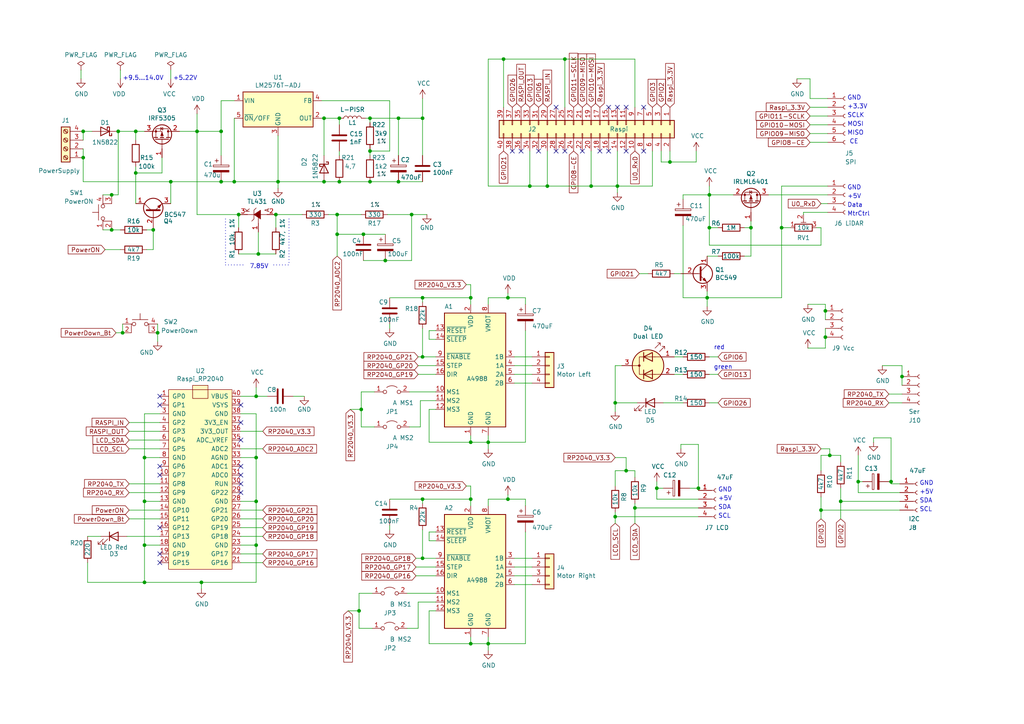
<source format=kicad_sch>
(kicad_sch (version 20230121) (generator eeschema)
  (paper "A4")
  (title_block (title "RaspiCar Interface") (date "2023-07-02") (rev "2.0"))
  (junction (at 80.645 52.705))
  (junction (at 93.98 52.705))
  (junction (at 261.62 109.22))
  (junction (at 74.295 145.415))
  (junction (at 45.72 96.52))
  (junction (at 93.98 34.29))
  (junction (at 32.385 66.675))
  (junction (at 146.05 17.145))
  (junction (at 64.135 52.705))
  (junction (at 239.395 90.17))
  (junction (at 119.38 62.23))
  (junction (at 163.83 17.145))
  (junction (at 24.13 38.1))
  (junction (at 141.605 128.27))
  (junction (at 147.32 86.36))
  (junction (at 74.295 114.935))
  (junction (at 41.91 168.91))
  (junction (at 178.435 116.84))
  (junction (at 158.75 53.975))
  (junction (at 122.555 103.505))
  (junction (at 136.525 128.27))
  (junction (at 107.315 52.705))
  (junction (at 194.31 46.99))
  (junction (at 39.37 38.1))
  (junction (at 67.945 52.705))
  (junction (at 239.395 97.79))
  (junction (at 136.525 86.36))
  (junction (at 238.125 147.955))
  (junction (at 58.42 168.91))
  (junction (at 202.565 141.605))
  (junction (at 41.91 158.115))
  (junction (at 44.45 66.675))
  (junction (at 74.93 73.66))
  (junction (at 217.805 66.04))
  (junction (at 205.74 56.515))
  (junction (at 136.525 144.78))
  (junction (at 184.15 147.32))
  (junction (at 49.53 52.705))
  (junction (at 80.01 62.23))
  (junction (at 41.91 145.415))
  (junction (at 205.74 66.04))
  (junction (at 122.555 86.36))
  (junction (at 24.13 45.72))
  (junction (at 107.315 34.29))
  (junction (at 122.555 144.78))
  (junction (at 248.92 139.7))
  (junction (at 115.57 34.29))
  (junction (at 171.45 53.975))
  (junction (at 74.295 132.715))
  (junction (at 136.525 186.69))
  (junction (at 39.37 50.165))
  (junction (at 178.435 149.86))
  (junction (at 190.5 141.605))
  (junction (at 122.555 161.925))
  (junction (at 240.665 132.08))
  (junction (at 74.295 158.115))
  (junction (at 57.15 38.1))
  (junction (at 97.79 62.23))
  (junction (at 122.555 34.29))
  (junction (at 104.14 177.165))
  (junction (at 181.61 136.525))
  (junction (at 111.76 75.565))
  (junction (at 97.79 67.945))
  (junction (at 98.425 52.705))
  (junction (at 141.605 186.69))
  (junction (at 153.67 53.975))
  (junction (at 179.07 53.975))
  (junction (at 32.385 56.515))
  (junction (at 41.91 132.715))
  (junction (at 205.105 86.36))
  (junction (at 147.32 144.78))
  (junction (at 69.215 62.23))
  (junction (at 64.135 38.1))
  (junction (at 115.57 52.705))
  (junction (at 226.695 66.04))
  (junction (at 243.84 145.415))
  (junction (at 34.29 38.1))
  (junction (at 105.41 67.945))
  (junction (at 98.425 34.29))
  (junction (at 107.315 43.815))
  (junction (at 258.445 139.7))
  (junction (at 35.56 96.52))
  (junction (at 104.775 118.745))
  (no_connect (at 156.21 43.815))
  (no_connect (at 69.85 122.555))
  (no_connect (at 46.355 135.255))
  (no_connect (at 46.355 114.935))
  (no_connect (at 186.69 43.815))
  (no_connect (at 69.85 135.255))
  (no_connect (at 46.355 163.195))
  (no_connect (at 161.29 31.115))
  (no_connect (at 69.85 127.635))
  (no_connect (at 186.69 31.115))
  (no_connect (at 69.85 137.795))
  (no_connect (at 46.355 160.655))
  (no_connect (at 176.53 31.115))
  (no_connect (at 46.355 137.795))
  (no_connect (at 173.99 43.815))
  (no_connect (at 46.355 153.035))
  (no_connect (at 168.91 43.815))
  (no_connect (at 181.61 43.815))
  (no_connect (at 69.85 140.335))
  (no_connect (at 148.59 43.815))
  (no_connect (at 163.83 43.815))
  (no_connect (at 181.61 31.115))
  (no_connect (at 161.29 43.815))
  (no_connect (at 69.85 142.875))
  (no_connect (at 151.13 43.815))
  (no_connect (at 46.355 117.475))
  (no_connect (at 179.07 31.115))
  (no_connect (at 69.85 117.475))
  (no_connect (at 176.53 43.815))
  (wire (pts (xy 190.5 144.78) (xy 190.5 141.605)))
  (wire (pts (xy 239.395 100.965) (xy 234.315 100.965)))
  (wire (pts (xy 85.09 114.935) (xy 88.265 114.935)))
  (wire (pts (xy 234.95 28.575) (xy 234.95 22.86)))
  (wire (pts (xy 37.465 125.095) (xy 46.355 125.095)))
  (wire (pts (xy 238.125 59.055) (xy 240.03 59.055)))
  (wire (pts (xy 98.425 36.195) (xy 98.425 34.29)))
  (wire (pts (xy 93.345 34.29) (xy 93.98 34.29)))
  (wire (pts (xy 205.74 66.04) (xy 205.74 71.12)))
  (wire (pts (xy 69.85 160.655) (xy 76.2 160.655)))
  (wire (pts (xy 202.565 144.78) (xy 190.5 144.78)))
  (wire (pts (xy 80.01 62.23) (xy 80.01 66.04)))
  (wire (pts (xy 124.46 118.745) (xy 124.46 128.27)))
  (wire (pts (xy 178.435 106.045) (xy 180.34 106.045)))
  (wire (pts (xy 39.37 50.165) (xy 39.37 59.055)))
  (wire (pts (xy 205.74 56.515) (xy 205.74 66.04)))
  (wire (pts (xy 184.15 17.145) (xy 184.15 31.115)))
  (wire (pts (xy 205.105 84.455) (xy 205.105 86.36)))
  (wire (pts (xy 126.365 95.885) (xy 124.46 95.885)))
  (wire (pts (xy 104.775 118.745) (xy 104.775 123.825)))
  (wire (pts (xy 163.83 31.115) (xy 163.83 17.145)))
  (wire (pts (xy 179.07 53.975) (xy 171.45 53.975)))
  (wire (pts (xy 141.605 128.27) (xy 141.605 130.175)))
  (wire (pts (xy 69.85 120.015) (xy 74.295 120.015)))
  (wire (pts (xy 104.14 182.245) (xy 107.95 182.245)))
  (wire (pts (xy 178.435 132.715) (xy 181.61 132.715)))
  (wire (pts (xy 217.805 64.135) (xy 217.805 66.04)))
  (wire (pts (xy 257.81 116.84) (xy 261.62 116.84)))
  (wire (pts (xy 69.85 130.175) (xy 76.2 130.175)))
  (wire (pts (xy 126.365 177.165) (xy 124.46 177.165)))
  (wire (pts (xy 46.355 158.115) (xy 41.91 158.115)))
  (wire (pts (xy 135.255 82.55) (xy 136.525 82.55)))
  (wire (pts (xy 74.93 73.66) (xy 74.93 67.31)))
  (wire (pts (xy 253.365 128.27) (xy 253.365 127)))
  (wire (pts (xy 136.525 126.365) (xy 136.525 128.27)))
  (wire (pts (xy 107.315 43.815) (xy 107.315 45.085)))
  (wire (pts (xy 69.85 145.415) (xy 74.295 145.415)))
  (wire (pts (xy 238.125 144.145) (xy 238.125 147.955)))
  (wire (pts (xy 136.525 82.55) (xy 136.525 86.36)))
  (wire (pts (xy 107.315 34.29) (xy 115.57 34.29)))
  (wire (pts (xy 121.92 123.825) (xy 121.92 116.205)))
  (wire (pts (xy 136.525 144.78) (xy 136.525 146.685)))
  (wire (pts (xy 141.605 128.27) (xy 141.605 126.365)))
  (wire (pts (xy 121.285 106.045) (xy 126.365 106.045)))
  (wire (pts (xy 178.435 149.86) (xy 178.435 148.59)))
  (wire (pts (xy 24.13 38.1) (xy 26.67 38.1)))
  (wire (pts (xy 181.61 136.525) (xy 184.15 136.525)))
  (wire (pts (xy 226.695 66.04) (xy 226.695 86.36)))
  (wire (pts (xy 104.14 177.165) (xy 104.14 182.245)))
  (wire (pts (xy 240.665 132.08) (xy 243.84 132.08)))
  (wire (pts (xy 74.295 120.015) (xy 74.295 132.715)))
  (wire (pts (xy 24.13 40.64) (xy 24.13 38.1)))
  (wire (pts (xy 41.91 168.91) (xy 25.4 168.91)))
  (wire (pts (xy 141.605 53.975) (xy 153.67 53.975)))
  (wire (pts (xy 37.465 150.495) (xy 46.355 150.495)))
  (wire (pts (xy 141.605 144.78) (xy 147.32 144.78)))
  (wire (pts (xy 192.405 141.605) (xy 190.5 141.605)))
  (wire (pts (xy 195.58 103.505) (xy 198.12 103.505)))
  (wire (pts (xy 41.91 145.415) (xy 41.91 158.115)))
  (wire (pts (xy 238.125 132.08) (xy 240.665 132.08)))
  (wire (pts (xy 80.645 52.705) (xy 93.98 52.705)))
  (wire (pts (xy 69.85 163.195) (xy 76.2 163.195)))
  (wire (pts (xy 126.365 113.665) (xy 118.745 113.665)))
  (wire (pts (xy 179.07 53.975) (xy 179.07 43.815)))
  (wire (pts (xy 141.605 17.145) (xy 146.05 17.145)))
  (wire (pts (xy 239.395 90.17) (xy 239.395 88.265)))
  (wire (pts (xy 243.84 145.415) (xy 243.84 150.495)))
  (wire (pts (xy 58.42 170.815) (xy 58.42 168.91)))
  (wire (pts (xy 49.53 52.705) (xy 64.135 52.705)))
  (wire (pts (xy 97.79 62.23) (xy 97.79 67.945)))
  (wire (pts (xy 122.555 103.505) (xy 126.365 103.505)))
  (wire (pts (xy 141.605 88.265) (xy 141.605 86.36)))
  (wire (pts (xy 41.91 132.715) (xy 41.91 145.415)))
  (wire (pts (xy 69.85 158.115) (xy 74.295 158.115)))
  (wire (pts (xy 32.385 66.675) (xy 34.925 66.675)))
  (wire (pts (xy 238.125 136.525) (xy 238.125 132.08)))
  (wire (pts (xy 37.465 140.335) (xy 46.355 140.335)))
  (wire (pts (xy 152.4 154.305) (xy 152.4 186.69)))
  (wire (pts (xy 100.965 177.165) (xy 104.14 177.165)))
  (wire (pts (xy 141.605 186.69) (xy 141.605 184.785)))
  (wire (pts (xy 46.355 145.415) (xy 41.91 145.415)))
  (wire (pts (xy 184.15 136.525) (xy 184.15 138.43)))
  (wire (pts (xy 147.32 85.09) (xy 147.32 86.36)))
  (wire (pts (xy 98.425 43.815) (xy 98.425 45.085)))
  (wire (pts (xy 93.98 45.085) (xy 93.98 34.29)))
  (wire (pts (xy 25.4 168.91) (xy 25.4 163.195)))
  (wire (pts (xy 80.645 52.705) (xy 80.645 54.61)))
  (wire (pts (xy 141.605 146.685) (xy 141.605 144.78)))
  (wire (pts (xy 57.15 38.1) (xy 64.135 38.1)))
  (wire (pts (xy 122.555 87.63) (xy 122.555 86.36)))
  (wire (pts (xy 181.61 132.715) (xy 181.61 136.525)))
  (wire (pts (xy 189.23 43.815) (xy 189.23 53.975)))
  (wire (pts (xy 41.91 168.91) (xy 58.42 168.91)))
  (wire (pts (xy 49.53 52.705) (xy 49.53 59.055)))
  (wire (pts (xy 107.315 52.705) (xy 115.57 52.705)))
  (wire (pts (xy 41.91 158.115) (xy 41.91 168.91)))
  (wire (pts (xy 202.565 149.86) (xy 178.435 149.86)))
  (wire (pts (xy 191.77 46.99) (xy 194.31 46.99)))
  (wire (pts (xy 69.85 147.955) (xy 76.2 147.955)))
  (wire (pts (xy 243.84 145.415) (xy 260.985 145.415)))
  (wire (pts (xy 37.465 130.175) (xy 46.355 130.175)))
  (wire (pts (xy 178.435 136.525) (xy 181.61 136.525)))
  (wire (pts (xy 111.76 75.565) (xy 119.38 75.565)))
  (wire (pts (xy 121.285 108.585) (xy 126.365 108.585)))
  (wire (pts (xy 185.42 79.375) (xy 187.96 79.375)))
  (wire (pts (xy 46.355 120.015) (xy 41.91 120.015)))
  (wire (pts (xy 136.525 140.97) (xy 136.525 144.78)))
  (wire (pts (xy 217.805 74.295) (xy 215.9 74.295)))
  (wire (pts (xy 30.48 72.39) (xy 34.925 72.39)))
  (wire (pts (xy 39.37 40.64) (xy 39.37 38.1)))
  (wire (pts (xy 74.93 73.66) (xy 80.01 73.66)))
  (wire (pts (xy 24.13 43.18) (xy 24.13 45.72)))
  (wire (pts (xy 35.56 96.52) (xy 33.655 96.52)))
  (wire (pts (xy 178.435 149.86) (xy 178.435 151.765)))
  (wire (pts (xy 194.31 46.99) (xy 201.93 46.99)))
  (wire (pts (xy 217.805 66.04) (xy 215.9 66.04)))
  (wire (pts (xy 93.98 52.705) (xy 98.425 52.705)))
  (wire (pts (xy 121.285 182.245) (xy 121.285 174.625)))
  (wire (pts (xy 136.525 184.785) (xy 136.525 186.69)))
  (wire (pts (xy 64.135 52.705) (xy 67.945 52.705)))
  (wire (pts (xy 238.125 66.04) (xy 236.855 66.04)))
  (wire (pts (xy 69.85 132.715) (xy 74.295 132.715)))
  (wire (pts (xy 184.15 147.32) (xy 184.15 151.765)))
  (wire (pts (xy 248.92 142.875) (xy 260.985 142.875)))
  (wire (pts (xy 205.74 53.975) (xy 205.74 56.515)))
  (wire (pts (xy 122.555 144.78) (xy 136.525 144.78)))
  (wire (pts (xy 178.435 140.97) (xy 178.435 136.525)))
  (wire (pts (xy 205.74 66.04) (xy 208.28 66.04)))
  (wire (pts (xy 104.775 113.665) (xy 104.775 118.745)))
  (wire (pts (xy 233.045 61.595) (xy 240.03 61.595)))
  (wire (pts (xy 124.46 128.27) (xy 136.525 128.27)))
  (wire (pts (xy 126.365 172.085) (xy 118.11 172.085)))
  (wire (pts (xy 152.4 95.885) (xy 152.4 128.27)))
  (wire (pts (xy 243.84 132.08) (xy 243.84 133.985)))
  (wire (pts (xy 261.62 111.76) (xy 261.62 109.22)))
  (wire (pts (xy 69.215 73.66) (xy 74.93 73.66)))
  (wire (pts (xy 104.775 123.825) (xy 108.585 123.825)))
  (wire (pts (xy 107.315 35.56) (xy 107.315 34.29)))
  (wire (pts (xy 44.45 72.39) (xy 42.545 72.39)))
  (wire (pts (xy 136.525 128.27) (xy 141.605 128.27)))
  (wire (pts (xy 233.045 61.595) (xy 233.045 62.23)))
  (wire (pts (xy 158.75 53.975) (xy 153.67 53.975)))
  (wire (pts (xy 119.38 62.23) (xy 123.825 62.23)))
  (wire (pts (xy 57.15 62.23) (xy 69.215 62.23)))
  (wire (pts (xy 120.65 164.465) (xy 126.365 164.465)))
  (wire (pts (xy 39.37 38.1) (xy 41.91 38.1)))
  (wire (pts (xy 42.545 66.675) (xy 44.45 66.675)))
  (wire (pts (xy 149.225 169.545) (xy 154.305 169.545)))
  (wire (pts (xy 74.295 114.935) (xy 77.47 114.935)))
  (wire (pts (xy 69.85 153.035) (xy 76.2 153.035)))
  (wire (pts (xy 35.56 93.98) (xy 35.56 96.52)))
  (wire (pts (xy 122.555 161.925) (xy 126.365 161.925)))
  (wire (pts (xy 152.4 86.36) (xy 152.4 88.265)))
  (wire (pts (xy 205.74 103.505) (xy 208.28 103.505)))
  (wire (pts (xy 69.85 155.575) (xy 76.2 155.575)))
  (wire (pts (xy 152.4 186.69) (xy 141.605 186.69)))
  (wire (pts (xy 121.285 174.625) (xy 126.365 174.625)))
  (wire (pts (xy 121.92 116.205) (xy 126.365 116.205)))
  (wire (pts (xy 197.485 79.375) (xy 195.58 79.375)))
  (wire (pts (xy 190.5 139.7) (xy 190.5 141.605)))
  (wire (pts (xy 37.465 127.635) (xy 46.355 127.635)))
  (wire (pts (xy 238.125 147.955) (xy 260.985 147.955)))
  (wire (pts (xy 243.84 141.605) (xy 243.84 145.415)))
  (wire (pts (xy 234.95 36.195) (xy 240.03 36.195)))
  (wire (pts (xy 122.555 86.36) (xy 136.525 86.36)))
  (wire (pts (xy 57.15 33.02) (xy 57.15 38.1)))
  (wire (pts (xy 234.95 41.275) (xy 240.03 41.275)))
  (wire (pts (xy 248.92 142.875) (xy 248.92 139.7)))
  (wire (pts (xy 171.45 53.975) (xy 171.45 43.815)))
  (wire (pts (xy 153.67 53.975) (xy 153.67 43.815)))
  (wire (pts (xy 147.32 143.51) (xy 147.32 144.78)))
  (wire (pts (xy 240.665 130.175) (xy 240.665 132.08)))
  (wire (pts (xy 105.41 67.945) (xy 111.76 67.945)))
  (wire (pts (xy 24.13 52.705) (xy 49.53 52.705)))
  (wire (pts (xy 105.41 75.565) (xy 111.76 75.565)))
  (wire (pts (xy 34.29 56.515) (xy 34.29 38.1)))
  (wire (pts (xy 113.03 29.21) (xy 93.345 29.21)))
  (polyline (pts (xy 65.405 63.5) (xy 65.405 76.835)) (stroke (width 0.2) (type dot)))
  (wire (pts (xy 64.135 38.1) (xy 64.135 45.085)))
  (wire (pts (xy 107.315 43.18) (xy 107.315 43.815)))
  (wire (pts (xy 197.485 128.905) (xy 202.565 128.905)))
  (wire (pts (xy 198.12 86.36) (xy 205.105 86.36)))
  (wire (pts (xy 97.79 62.23) (xy 104.775 62.23)))
  (wire (pts (xy 36.83 155.575) (xy 46.355 155.575)))
  (wire (pts (xy 179.07 53.975) (xy 179.07 55.88)))
  (wire (pts (xy 234.95 33.655) (xy 240.03 33.655)))
  (wire (pts (xy 25.4 155.575) (xy 29.21 155.575)))
  (wire (pts (xy 126.365 154.305) (xy 124.46 154.305)))
  (wire (pts (xy 149.225 111.125) (xy 154.305 111.125)))
  (wire (pts (xy 67.945 34.29) (xy 67.945 52.705)))
  (wire (pts (xy 108.585 113.665) (xy 104.775 113.665)))
  (wire (pts (xy 93.98 34.29) (xy 98.425 34.29)))
  (wire (pts (xy 97.79 67.945) (xy 105.41 67.945)))
  (wire (pts (xy 205.74 116.84) (xy 208.28 116.84)))
  (wire (pts (xy 158.75 53.975) (xy 158.75 43.815)))
  (wire (pts (xy 146.05 31.115) (xy 146.05 17.145)))
  (wire (pts (xy 238.125 71.12) (xy 238.125 66.04)))
  (wire (pts (xy 212.725 56.515) (xy 205.74 56.515)))
  (wire (pts (xy 67.945 52.705) (xy 80.645 52.705)))
  (wire (pts (xy 101.6 118.745) (xy 104.775 118.745)))
  (wire (pts (xy 201.93 46.99) (xy 201.93 43.815)))
  (wire (pts (xy 124.46 177.165) (xy 124.46 186.69)))
  (wire (pts (xy 178.435 106.045) (xy 178.435 116.84)))
  (wire (pts (xy 257.81 114.3) (xy 261.62 114.3)))
  (wire (pts (xy 202.565 128.905) (xy 202.565 141.605)))
  (wire (pts (xy 120.65 161.925) (xy 122.555 161.925)))
  (wire (pts (xy 122.555 28.575) (xy 122.555 34.29)))
  (wire (pts (xy 197.485 130.175) (xy 197.485 128.905)))
  (wire (pts (xy 80.01 62.23) (xy 87.63 62.23)))
  (wire (pts (xy 74.295 132.715) (xy 74.295 145.415)))
  (wire (pts (xy 112.395 62.23) (xy 119.38 62.23)))
  (wire (pts (xy 141.605 17.145) (xy 141.605 53.975)))
  (wire (pts (xy 205.74 71.12) (xy 238.125 71.12)))
  (wire (pts (xy 107.315 34.29) (xy 106.045 34.29)))
  (wire (pts (xy 97.79 67.945) (xy 97.79 74.295)))
  (wire (pts (xy 253.365 127) (xy 258.445 127)))
  (wire (pts (xy 74.295 158.115) (xy 74.295 168.91)))
  (wire (pts (xy 189.23 53.975) (xy 179.07 53.975)))
  (wire (pts (xy 141.605 186.69) (xy 141.605 188.595)))
  (wire (pts (xy 248.92 132.08) (xy 248.92 139.7)))
  (wire (pts (xy 258.445 140.335) (xy 260.985 140.335)))
  (wire (pts (xy 122.555 34.29) (xy 122.555 45.085)))
  (wire (pts (xy 149.225 106.045) (xy 154.305 106.045)))
  (wire (pts (xy 217.805 66.04) (xy 217.805 74.295)))
  (wire (pts (xy 250.19 139.7) (xy 248.92 139.7)))
  (wire (pts (xy 238.125 130.175) (xy 240.665 130.175)))
  (wire (pts (xy 147.32 86.36) (xy 152.4 86.36)))
  (wire (pts (xy 23.495 20.32) (xy 23.495 22.86)))
  (wire (pts (xy 122.555 153.67) (xy 122.555 161.925)))
  (wire (pts (xy 118.745 123.825) (xy 121.92 123.825)))
  (wire (pts (xy 152.4 128.27) (xy 141.605 128.27)))
  (wire (pts (xy 202.565 147.32) (xy 184.15 147.32)))
  (wire (pts (xy 238.125 147.955) (xy 238.125 150.495)))
  (wire (pts (xy 115.57 52.705) (xy 122.555 52.705)))
  (wire (pts (xy 205.74 108.585) (xy 208.28 108.585)))
  (wire (pts (xy 64.135 29.21) (xy 67.945 29.21)))
  (wire (pts (xy 37.465 147.955) (xy 46.355 147.955)))
  (wire (pts (xy 45.72 96.52) (xy 45.72 93.98)))
  (wire (pts (xy 37.465 142.875) (xy 46.355 142.875)))
  (wire (pts (xy 107.315 43.815) (xy 113.03 43.815)))
  (wire (pts (xy 113.03 144.78) (xy 122.555 144.78)))
  (wire (pts (xy 39.37 50.165) (xy 39.37 48.26)))
  (wire (pts (xy 191.77 43.815) (xy 191.77 46.99)))
  (wire (pts (xy 45.72 99.06) (xy 45.72 96.52)))
  (wire (pts (xy 57.15 38.1) (xy 57.15 62.23)))
  (wire (pts (xy 113.03 93.98) (xy 113.03 95.25)))
  (wire (pts (xy 198.12 57.785) (xy 198.12 56.515)))
  (wire (pts (xy 240.03 53.975) (xy 226.695 53.975)))
  (wire (pts (xy 205.105 86.36) (xy 226.695 86.36)))
  (wire (pts (xy 146.05 17.145) (xy 163.83 17.145)))
  (wire (pts (xy 136.525 86.36) (xy 136.525 88.265)))
  (wire (pts (xy 69.85 125.095) (xy 76.2 125.095)))
  (wire (pts (xy 115.57 34.29) (xy 115.57 45.085)))
  (wire (pts (xy 74.295 145.415) (xy 74.295 158.115)))
  (wire (pts (xy 198.12 56.515) (xy 205.74 56.515)))
  (wire (pts (xy 192.405 116.84) (xy 198.12 116.84)))
  (wire (pts (xy 104.14 172.085) (xy 104.14 177.165)))
  (wire (pts (xy 222.885 56.515) (xy 240.03 56.515)))
  (wire (pts (xy 32.385 56.515) (xy 34.29 56.515)))
  (wire (pts (xy 195.58 108.585) (xy 198.12 108.585)))
  (wire (pts (xy 239.395 97.79) (xy 239.395 100.965)))
  (wire (pts (xy 152.4 144.78) (xy 152.4 146.685)))
  (polyline (pts (xy 65.405 76.835) (xy 70.485 76.835)) (stroke (width 0.2) (type dot)))
  (wire (pts (xy 205.105 74.295) (xy 208.28 74.295)))
  (wire (pts (xy 200.025 141.605) (xy 202.565 141.605)))
  (wire (pts (xy 107.95 172.085) (xy 104.14 172.085)))
  (wire (pts (xy 198.12 65.405) (xy 198.12 86.36)))
  (wire (pts (xy 121.285 103.505) (xy 122.555 103.505)))
  (wire (pts (xy 149.225 164.465) (xy 154.305 164.465)))
  (wire (pts (xy 136.525 186.69) (xy 141.605 186.69)))
  (polyline (pts (xy 79.375 76.835) (xy 83.82 76.835)) (stroke (width 0.2) (type dot)))
  (wire (pts (xy 234.95 22.86) (xy 231.14 22.86)))
  (wire (pts (xy 64.135 29.21) (xy 64.135 38.1)))
  (wire (pts (xy 69.85 150.495) (xy 76.2 150.495)))
  (wire (pts (xy 95.25 62.23) (xy 97.79 62.23)))
  (wire (pts (xy 124.46 98.425) (xy 126.365 98.425)))
  (wire (pts (xy 163.83 17.145) (xy 184.15 17.145)))
  (wire (pts (xy 149.225 167.005) (xy 154.305 167.005)))
  (wire (pts (xy 52.07 38.1) (xy 57.15 38.1)))
  (wire (pts (xy 124.46 186.69) (xy 136.525 186.69)))
  (wire (pts (xy 32.385 66.675) (xy 29.845 66.675)))
  (wire (pts (xy 39.37 50.165) (xy 46.99 50.165)))
  (wire (pts (xy 113.03 43.815) (xy 113.03 29.21)))
  (wire (pts (xy 46.99 50.165) (xy 46.99 45.72)))
  (wire (pts (xy 124.46 154.305) (xy 124.46 156.845)))
  (wire (pts (xy 113.03 152.4) (xy 113.03 153.67)))
  (wire (pts (xy 202.565 141.605) (xy 202.565 142.24)))
  (wire (pts (xy 178.435 116.84) (xy 184.785 116.84)))
  (wire (pts (xy 234.95 31.115) (xy 240.03 31.115)))
  (wire (pts (xy 29.845 56.515) (xy 32.385 56.515)))
  (wire (pts (xy 34.29 38.1) (xy 39.37 38.1)))
  (wire (pts (xy 234.95 38.735) (xy 240.03 38.735)))
  (polyline (pts (xy 83.82 63.5) (xy 83.82 76.835)) (stroke (width 0.2) (type dot)))
  (wire (pts (xy 41.91 120.015) (xy 41.91 132.715)))
  (wire (pts (xy 118.11 182.245) (xy 121.285 182.245)))
  (wire (pts (xy 98.425 52.705) (xy 107.315 52.705)))
  (wire (pts (xy 34.925 20.32) (xy 34.925 22.86)))
  (wire (pts (xy 239.395 95.25) (xy 239.395 97.79)))
  (wire (pts (xy 119.38 75.565) (xy 119.38 62.23)))
  (wire (pts (xy 261.62 106.045) (xy 255.905 106.045)))
  (wire (pts (xy 147.32 144.78) (xy 152.4 144.78)))
  (wire (pts (xy 171.45 53.975) (xy 158.75 53.975)))
  (wire (pts (xy 37.465 122.555) (xy 46.355 122.555)))
  (wire (pts (xy 126.365 118.745) (xy 124.46 118.745)))
  (wire (pts (xy 258.445 127) (xy 258.445 139.7)))
  (wire (pts (xy 124.46 95.885) (xy 124.46 98.425)))
  (wire (pts (xy 74.295 114.935) (xy 74.295 112.395)))
  (wire (pts (xy 135.255 140.97) (xy 136.525 140.97)))
  (wire (pts (xy 194.31 43.815) (xy 194.31 46.99)))
  (wire (pts (xy 234.95 28.575) (xy 240.03 28.575)))
  (wire (pts (xy 149.225 161.925) (xy 154.305 161.925)))
  (wire (pts (xy 49.53 20.32) (xy 49.53 22.86)))
  (wire (pts (xy 120.65 167.005) (xy 126.365 167.005)))
  (wire (pts (xy 69.215 62.23) (xy 69.215 66.04)))
  (wire (pts (xy 184.15 147.32) (xy 184.15 146.05)))
  (wire (pts (xy 239.395 92.71) (xy 239.395 90.17)))
  (wire (pts (xy 122.555 95.25) (xy 122.555 103.505)))
  (wire (pts (xy 205.105 88.9) (xy 205.105 86.36)))
  (wire (pts (xy 80.645 39.37) (xy 80.645 52.705)))
  (wire (pts (xy 226.695 53.975) (xy 226.695 66.04)))
  (wire (pts (xy 124.46 156.845) (xy 126.365 156.845)))
  (wire (pts (xy 257.81 139.7) (xy 258.445 139.7)))
  (wire (pts (xy 46.355 132.715) (xy 41.91 132.715)))
  (wire (pts (xy 178.435 119.38) (xy 178.435 116.84)))
  (wire (pts (xy 122.555 146.05) (xy 122.555 144.78)))
  (wire (pts (xy 261.62 109.22) (xy 261.62 106.045)))
  (wire (pts (xy 58.42 168.91) (xy 74.295 168.91)))
  (wire (pts (xy 113.03 86.36) (xy 122.555 86.36)))
  (wire (pts (xy 141.605 86.36) (xy 147.32 86.36)))
  (wire (pts (xy 229.235 66.04) (xy 226.695 66.04)))
  (wire (pts (xy 44.45 66.675) (xy 44.45 72.39)))
  (wire (pts (xy 149.225 103.505) (xy 154.305 103.505)))
  (wire (pts (xy 149.225 108.585) (xy 154.305 108.585)))
  (wire (pts (xy 239.395 88.265) (xy 234.315 88.265)))
  (wire (pts (xy 24.13 52.705) (xy 24.13 45.72)))
  (wire (pts (xy 115.57 34.29) (xy 122.555 34.29)))
  (wire (pts (xy 69.85 114.935) (xy 74.295 114.935)))
  (wire (pts (xy 258.445 139.7) (xy 258.445 140.335)))
  (text "SCL" (at 208.28 150.495 0) (effects (font (size 1.27 1.27)) (justify left bottom)))
  (text "+9.5...14.0V" (at 35.56 23.495 0) (effects (font (size 1.27 1.27)) (justify left bottom)))
  (text "CE\n" (at 246.38 41.91 0) (effects (font (size 1.27 1.27)) (justify left bottom)))
  (text "+5V" (at 266.7 143.51 0) (effects (font (size 1.27 1.27)) (justify left bottom)))
  (text "1%" (at 109.22 51.435 0) (effects (font (size 1.27 1.27)) (justify left bottom)))
  (text "1%" (at 90.17 60.325 0) (effects (font (size 1.27 1.27)) (justify left bottom)))
  (text "7.85V" (at 72.39 78.105 0) (effects (font (size 1.27 1.27)) (justify left bottom)))
  (text "SDA" (at 208.28 147.955 0) (effects (font (size 1.27 1.27)) (justify left bottom)))
  (text "+5V" (at 245.745 57.785 0) (effects (font (size 1.27 1.27)) (justify left bottom)))
  (text "MtrCtrl" (at 245.745 62.865 0) (effects (font (size 1.27 1.27)) (justify left bottom)))
  (text "SDA" (at 266.7 146.05 0) (effects (font (size 1.27 1.27)) (justify left bottom)))
  (text "1%" (at 107.315 60.325 0) (effects (font (size 1.27 1.27)) (justify left bottom)))
  (text "+5V" (at 208.28 145.415 0) (effects (font (size 1.27 1.27)) (justify left bottom)))
  (text "Data" (at 245.745 60.325 0) (effects (font (size 1.27 1.27)) (justify left bottom)))
  (text "SCLK" (at 245.745 34.29 0) (effects (font (size 1.27 1.27)) (justify left bottom)))
  (text "1%" (at 109.22 41.91 0) (effects (font (size 1.27 1.27)) (justify left bottom)))
  (text "SCL" (at 266.7 148.59 0) (effects (font (size 1.27 1.27)) (justify left bottom)))
  (text "red" (at 207.01 101.6 0) (effects (font (size 1.27 1.27)) (justify left bottom)))
  (text "MISO" (at 245.745 39.37 0) (effects (font (size 1.27 1.27)) (justify left bottom)))
  (text "GND" (at 245.745 55.245 0) (effects (font (size 1.27 1.27)) (justify left bottom)))
  (text "GND" (at 245.745 29.21 0) (effects (font (size 1.27 1.27)) (justify left bottom)))
  (text "+5.22V" (at 50.165 23.495 0) (effects (font (size 1.27 1.27)) (justify left bottom)))
  (text "+3.3V" (at 245.745 31.75 0) (effects (font (size 1.27 1.27)) (justify left bottom)))
  (text "MOSI" (at 245.745 36.83 0) (effects (font (size 1.27 1.27)) (justify left bottom)))
  (text "GND" (at 266.7 140.97 0) (effects (font (size 1.27 1.27)) (justify left bottom)))
  (text "GND" (at 208.28 142.875 0) (effects (font (size 1.27 1.27)) (justify left bottom)))
  (text "green" (at 207.01 107.315 0) (effects (font (size 1.27 1.27)) (justify left bottom)))
  (global_label "GPIO3" (shape input) (at 189.23 31.115 90) (property "Intersheetrefs" "${INTERSHEET_REFS}" (effects hide)))
  (global_label "RASPI_OUT" (shape input) (at 151.13 31.115 90) (property "Intersheetrefs" "${INTERSHEET_REFS}" (effects hide)))
  (global_label "GPIO3" (shape input) (at 238.125 150.495 270) (property "Intersheetrefs" "${INTERSHEET_REFS}" (effects hide)))
  (global_label "LCD_SDA" (shape input) (at 184.15 151.765 270) (property "Intersheetrefs" "${INTERSHEET_REFS}" (effects hide)))
  (global_label "RP2040_GP18" (shape input) (at 76.2 155.575 0) (property "Intersheetrefs" "${INTERSHEET_REFS}" (effects hide)))
  (global_label "RP2040_V3.3" (shape input) (at 135.255 82.55 180) (property "Intersheetrefs" "${INTERSHEET_REFS}" (effects hide)))
  (global_label "RP2040_V3.3" (shape input) (at 76.2 125.095 0) (property "Intersheetrefs" "${INTERSHEET_REFS}" (effects hide)))
  (global_label "RP2040_GP16" (shape input) (at 76.2 163.195 0) (property "Intersheetrefs" "${INTERSHEET_REFS}" (effects hide)))
  (global_label "RP2040_GP19" (shape input) (at 121.285 108.585 180) (property "Intersheetrefs" "${INTERSHEET_REFS}" (effects hide)))
  (global_label "PowerDown_Bt" (shape input) (at 33.655 96.52 180) (property "Intersheetrefs" "${INTERSHEET_REFS}" (effects hide)))
  (global_label "GPIO26" (shape input) (at 148.59 31.115 90) (property "Intersheetrefs" "${INTERSHEET_REFS}" (effects hide)))
  (global_label "GPIO26" (shape input) (at 208.28 116.84 0) (property "Intersheetrefs" "${INTERSHEET_REFS}" (effects hide)))
  (global_label "RP2040_TX" (shape input) (at 37.465 140.335 180) (property "Intersheetrefs" "${INTERSHEET_REFS}" (effects hide)))
  (global_label "GPIO10-MOSI" (shape input) (at 171.45 31.115 90) (property "Intersheetrefs" "${INTERSHEET_REFS}" (effects hide)))
  (global_label "RASPI_IN" (shape input) (at 37.465 122.555 180) (property "Intersheetrefs" "${INTERSHEET_REFS}" (effects hide)))
  (global_label "GPIO21" (shape input) (at 185.42 79.375 180) (property "Intersheetrefs" "${INTERSHEET_REFS}" (effects hide)))
  (global_label "RP2040_V3.3" (shape input) (at 101.6 118.745 270) (property "Intersheetrefs" "${INTERSHEET_REFS}" (effects hide)))
  (global_label "RP2040_V3.3" (shape input) (at 135.255 140.97 180) (property "Intersheetrefs" "${INTERSHEET_REFS}" (effects hide)))
  (global_label "RP2040_GP17" (shape input) (at 76.2 160.655 0) (property "Intersheetrefs" "${INTERSHEET_REFS}" (effects hide)))
  (global_label "U0_RxD" (shape input) (at 184.15 43.815 270) (property "Intersheetrefs" "${INTERSHEET_REFS}" (effects hide)))
  (global_label "RP2040_V3.3" (shape input) (at 100.965 177.165 270) (property "Intersheetrefs" "${INTERSHEET_REFS}" (effects hide)))
  (global_label "RP2040_GP20" (shape input) (at 76.2 150.495 0) (property "Intersheetrefs" "${INTERSHEET_REFS}" (effects hide)))
  (global_label "Raspi_3.3V" (shape input) (at 173.99 31.115 90) (property "Intersheetrefs" "${INTERSHEET_REFS}" (effects hide)))
  (global_label "Raspi_3.3V" (shape input) (at 234.95 31.115 180) (property "Intersheetrefs" "${INTERSHEET_REFS}" (effects hide)))
  (global_label "PowerDown_Bt" (shape input) (at 37.465 150.495 180) (property "Intersheetrefs" "${INTERSHEET_REFS}" (effects hide)))
  (global_label "GPIO2" (shape input) (at 191.77 31.115 90) (property "Intersheetrefs" "${INTERSHEET_REFS}" (effects hide)))
  (global_label "RP2040_RX" (shape input) (at 37.465 142.875 180) (property "Intersheetrefs" "${INTERSHEET_REFS}" (effects hide)))
  (global_label "GPIO13" (shape input) (at 153.67 31.115 90) (property "Intersheetrefs" "${INTERSHEET_REFS}" (effects hide)))
  (global_label "RP2040_GP16" (shape input) (at 120.65 167.005 180) (property "Intersheetrefs" "${INTERSHEET_REFS}" (effects hide)))
  (global_label "RP2040_ADC2" (shape input) (at 76.2 130.175 0) (property "Intersheetrefs" "${INTERSHEET_REFS}" (effects hide)))
  (global_label "RP2040_GP21" (shape input) (at 121.285 103.505 180) (property "Intersheetrefs" "${INTERSHEET_REFS}" (effects hide)))
  (global_label "U0_RxD" (shape input) (at 238.125 59.055 180) (property "Intersheetrefs" "${INTERSHEET_REFS}" (effects hide)))
  (global_label "PowerON" (shape input) (at 30.48 72.39 180) (property "Intersheetrefs" "${INTERSHEET_REFS}" (effects hide)))
  (global_label "RP2040_GP17" (shape input) (at 120.65 164.465 180) (property "Intersheetrefs" "${INTERSHEET_REFS}" (effects hide)))
  (global_label "RP2040_GP18" (shape input) (at 120.65 161.925 180) (property "Intersheetrefs" "${INTERSHEET_REFS}" (effects hide)))
  (global_label "GPIO21" (shape input) (at 146.05 43.815 270) (property "Intersheetrefs" "${INTERSHEET_REFS}" (effects hide)))
  (global_label "RP2040_GP19" (shape input) (at 76.2 153.035 0) (property "Intersheetrefs" "${INTERSHEET_REFS}" (effects hide)))
  (global_label "RP2040_TX" (shape input) (at 257.81 114.3 180) (property "Intersheetrefs" "${INTERSHEET_REFS}" (effects hide)))
  (global_label "RASPI_OUT" (shape input) (at 37.465 125.095 180) (property "Intersheetrefs" "${INTERSHEET_REFS}" (effects hide)))
  (global_label "RP2040_GP21" (shape input) (at 76.2 147.955 0) (property "Intersheetrefs" "${INTERSHEET_REFS}" (effects hide)))
  (global_label "GPIO8-CE" (shape input) (at 166.37 43.815 270) (property "Intersheetrefs" "${INTERSHEET_REFS}" (effects hide)))
  (global_label "GPIO09-MISO" (shape input) (at 234.95 38.735 180) (property "Intersheetrefs" "${INTERSHEET_REFS}" (effects hide)))
  (global_label "LCD_SDA" (shape input) (at 37.465 127.635 180) (property "Intersheetrefs" "${INTERSHEET_REFS}" (effects hide)))
  (global_label "GPIO09-MISO" (shape input) (at 168.91 31.115 90) (property "Intersheetrefs" "${INTERSHEET_REFS}" (effects hide)))
  (global_label "RP2040_GP20" (shape input) (at 121.285 106.045 180) (property "Intersheetrefs" "${INTERSHEET_REFS}" (effects hide)))
  (global_label "Raspi_3.3V" (shape input) (at 194.31 31.115 90) (property "Intersheetrefs" "${INTERSHEET_REFS}" (effects hide)))
  (global_label "RP2040_RX" (shape input) (at 257.81 116.84 180) (property "Intersheetrefs" "${INTERSHEET_REFS}" (effects hide)))
  (global_label "GPIO2" (shape input) (at 243.84 150.495 270) (property "Intersheetrefs" "${INTERSHEET_REFS}" (effects hide)))
  (global_label "RASPI_IN" (shape input) (at 158.75 31.115 90) (property "Intersheetrefs" "${INTERSHEET_REFS}" (effects hide)))
  (global_label "RP2040_V3.3" (shape input) (at 178.435 132.715 180) (property "Intersheetrefs" "${INTERSHEET_REFS}" (effects hide)))
  (global_label "GPIO13" (shape input) (at 208.28 108.585 0) (property "Intersheetrefs" "${INTERSHEET_REFS}" (effects hide)))
  (global_label "LCD_SCL" (shape input) (at 178.435 151.765 270) (property "Intersheetrefs" "${INTERSHEET_REFS}" (effects hide)))
  (global_label "GPIO6" (shape input) (at 208.28 103.505 0) (property "Intersheetrefs" "${INTERSHEET_REFS}" (effects hide)))
  (global_label "Raspi_3.3V" (shape input) (at 238.125 130.175 180) (property "Intersheetrefs" "${INTERSHEET_REFS}" (effects hide)))
  (global_label "GPIO11-SCLK" (shape input) (at 166.37 31.115 90) (property "Intersheetrefs" "${INTERSHEET_REFS}" (effects hide)))
  (global_label "GPIO11-SCLK" (shape input) (at 234.95 33.655 180) (property "Intersheetrefs" "${INTERSHEET_REFS}" (effects hide)))
  (global_label "GPIO6" (shape input) (at 156.21 31.115 90) (property "Intersheetrefs" "${INTERSHEET_REFS}" (effects hide)))
  (global_label "GPIO8-CE" (shape input) (at 234.95 41.275 180) (property "Intersheetrefs" "${INTERSHEET_REFS}" (effects hide)))
  (global_label "LCD_SCL" (shape input) (at 37.465 130.175 180) (property "Intersheetrefs" "${INTERSHEET_REFS}" (effects hide)))
  (global_label "RP2040_ADC2" (shape input) (at 97.79 74.295 270) (property "Intersheetrefs" "${INTERSHEET_REFS}" (effects hide)))
  (global_label "PowerON" (shape input) (at 37.465 147.955 180) (property "Intersheetrefs" "${INTERSHEET_REFS}" (effects hide)))
  (global_label "GPIO10-MOSI" (shape input) (at 234.95 36.195 180) (property "Intersheetrefs" "${INTERSHEET_REFS}" (effects hide)))
  (symbol (lib_id "Diode:1N5822") (at 30.48 38.1 180) (unit 1)
    (property "Reference" "D1" (at 30.48 35.56 0))
    (property "Value" "1N5822" (at 30.48 41.275 0))
    (property "Footprint" "Diode_THT:D_DO-201AE_P3.81mm_Vertical_KathodeUp" (effects hide))
    (property "Datasheet" "http://www.vishay.com/docs/88526/1n5820.pdf" (effects hide))
  )
  (symbol (lib_id "Regulator_Switching:LM2576HVT-5") (at 80.645 31.75 0) (unit 1)
    (property "Reference" "U1" (at 80.645 22.4282 0))
    (property "Value" "LM2576T-ADJ" (at 80.645 24.7396 0))
    (property "Footprint" "SLW-Footprints:TO-220-5_Vertical_tiny_heatsink" (effects hide))
    (property "Datasheet" "http://www.ti.com/lit/ds/symlink/lm2576.pdf" (effects hide))
  )
  (symbol (lib_id "Connector_Generic:Conn_02x20_Odd_Even") (at 171.45 36.195 270) (unit 1)
    (property "Reference" "J2" (at 155.575 37.465 90) (effects (justify right)))
    (property "Value" "Raspi" (at 182.245 37.465 90) (effects (justify right)))
    (property "Footprint" "Connector_PinHeader_2.54mm:PinHeader_2x20_P2.54mm_Vertical" (effects hide))
  )
  (symbol (lib_id "power:GND") (at 179.07 55.88 0) (unit 1)
    (property "Reference" "#PWR05" (effects hide))
    (property "Value" "GND" (at 179.197 60.2742 0))
  )
  (symbol (lib_id "RasPi-Car-rescue:L-PISR-SLW-symbols") (at 102.235 34.29 0) (unit 1)
    (property "Reference" "L1" (at 102.235 35.56 0))
    (property "Value" "L-PISR" (at 102.235 31.7754 0))
    (property "Footprint" "SLW-Footprints:L-PISR-100" (effects hide))
  )
  (symbol (lib_id "Diode:1N5822") (at 93.98 48.895 270) (unit 1)
    (property "Reference" "D2" (at 88.265 46.99 0))
    (property "Value" "1N5822" (at 91.44 48.26 0))
    (property "Footprint" "Diode_THT:D_DO-201AE_P3.81mm_Vertical_KathodeUp" (effects hide))
    (property "Datasheet" "http://www.vishay.com/docs/88526/1n5820.pdf" (effects hide))
  )
  (symbol (lib_id "RasPi-Car-rescue:CP-Device") (at 64.135 48.895 0) (unit 1)
    (property "Reference" "C1" (at 59.055 47.625 0) (effects (justify left)))
    (property "Value" "470u" (at 59.055 50.8 0) (effects (justify left)))
    (property "Footprint" "Capacitor_THT:CP_Radial_D8.0mm_P3.50mm" (effects hide))
  )
  (symbol (lib_id "RasPi-Car-rescue:CP-Device") (at 115.57 48.895 0) (unit 1)
    (property "Reference" "C2" (at 116.205 46.355 0) (effects (justify left)))
    (property "Value" "470uF" (at 116.205 51.435 0) (effects (justify left)))
    (property "Footprint" "Capacitor_THT:CP_Radial_D8.0mm_P3.50mm" (effects hide))
  )
  (symbol (lib_id "power:GND") (at 80.645 54.61 0) (unit 1)
    (property "Reference" "#PWR03" (effects hide))
    (property "Value" "GND" (at 80.645 58.42 0))
  )
  (symbol (lib_id "Device:C") (at 122.555 48.895 0) (unit 1)
    (property "Reference" "C3" (at 125.476 47.7266 0) (effects (justify left)))
    (property "Value" "100nF" (at 125.476 50.038 0) (effects (justify left)))
    (property "Footprint" "Capacitor_THT:C_Disc_D3.4mm_W2.1mm_P2.50mm" (effects hide))
  )
  (symbol (lib_id "RasPi-Car-rescue:Conn_01x04_Female-Connector") (at 207.645 144.78 0) (unit 1)
    (property "Reference" "J7" (at 204.47 153.035 0) (effects (justify left)))
    (property "Value" "LCD" (at 207.645 153.035 0) (effects (justify left)))
    (property "Footprint" "Connector_PinHeader_2.54mm:PinHeader_1x04_P2.54mm_Vertical" (effects hide))
  )
  (symbol (lib_id "power:VCC") (at 201.93 43.815 0) (unit 1)
    (property "Reference" "#PWR013" (effects hide))
    (property "Value" "VCC" (at 202.311 39.4208 0))
  )
  (symbol (lib_id "power:PWR_FLAG") (at 34.925 20.32 0) (unit 1)
    (property "Reference" "#FLG02" (effects hide))
    (property "Value" "PWR_FLAG" (at 34.925 15.9258 0))
  )
  (symbol (lib_id "power:VDD") (at 34.925 22.86 180) (unit 1)
    (property "Reference" "#PWR02" (effects hide))
    (property "Value" "VDD" (at 34.544 27.2542 0))
  )
  (symbol (lib_id "power:PWR_FLAG") (at 23.495 20.32 0) (unit 1)
    (property "Reference" "#FLG01" (effects hide))
    (property "Value" "PWR_FLAG" (at 23.495 15.9258 0))
  )
  (symbol (lib_id "power:GND") (at 23.495 22.86 0) (unit 1)
    (property "Reference" "#PWR01" (effects hide))
    (property "Value" "GND" (at 23.622 27.2542 0))
  )
  (symbol (lib_id "power:VDD") (at 57.15 33.02 0) (unit 1)
    (property "Reference" "#PWR04" (effects hide))
    (property "Value" "VDD" (at 57.531 28.6258 0))
  )
  (symbol (lib_id "Device:R") (at 184.15 142.24 180) (unit 1)
    (property "Reference" "R9" (at 186.69 141.605 90))
    (property "Value" "10k" (at 184.15 142.24 90))
    (property "Footprint" "Resistor_THT:R_Axial_DIN0207_L6.3mm_D2.5mm_P7.62mm_Horizontal" (effects hide))
  )
  (symbol (lib_id "Device:R") (at 178.435 144.78 180) (unit 1)
    (property "Reference" "R8" (at 180.975 144.145 90))
    (property "Value" "10k" (at 178.435 144.78 90))
    (property "Footprint" "Resistor_THT:R_Axial_DIN0207_L6.3mm_D2.5mm_P7.62mm_Horizontal" (effects hide))
  )
  (symbol (lib_id "Driver_Motor:Pololu_Breakout_A4988") (at 136.525 164.465 0) (unit 1)
    (property "Reference" "A2" (at 130.175 147.32 0))
    (property "Value" "A4988" (at 138.43 168.275 0))
    (property "Footprint" "Module:Pololu_Breakout-16_15.2x20.3mm" (effects hide))
    (property "Datasheet" "https://www.pololu.com/product/2980/pictures" (effects hide))
  )
  (symbol (lib_id "RasPi-Car-rescue:CP-Device") (at 152.4 150.495 0) (unit 1)
    (property "Reference" "C6" (at 154.305 148.59 0) (effects (justify left)))
    (property "Value" "470uF" (at 154.305 153.035 0) (effects (justify left)))
    (property "Footprint" "Capacitor_THT:CP_Radial_D8.0mm_P3.50mm" (effects hide))
  )
  (symbol (lib_id "power:VDD") (at 147.32 143.51 0) (unit 1)
    (property "Reference" "#PWR0101" (effects hide))
    (property "Value" "VDD" (at 147.701 139.1158 0))
  )
  (symbol (lib_id "Connector_Generic:Conn_01x04") (at 159.385 164.465 0) (unit 1)
    (property "Reference" "J4" (at 161.417 164.6682 0) (effects (justify left)))
    (property "Value" "Motor Right" (at 161.417 166.9796 0) (effects (justify left)))
    (property "Footprint" "Connector_PinHeader_2.54mm:PinHeader_1x04_P2.54mm_Vertical" (effects hide))
  )
  (symbol (lib_id "power:GND") (at 141.605 188.595 0) (unit 1)
    (property "Reference" "#PWR0103" (effects hide))
    (property "Value" "GND" (at 141.732 192.9892 0))
  )
  (symbol (lib_id "Device:R") (at 122.555 149.86 180) (unit 1)
    (property "Reference" "R4" (at 120.015 147.32 0))
    (property "Value" "22k" (at 122.555 149.86 90))
    (property "Footprint" "Resistor_THT:R_Axial_DIN0207_L6.3mm_D2.5mm_P7.62mm_Horizontal" (effects hide))
  )
  (symbol (lib_id "power:GND") (at 197.485 130.175 0) (unit 1)
    (property "Reference" "#PWR019" (effects hide))
    (property "Value" "GND" (at 197.612 134.5692 0))
  )
  (symbol (lib_id "power:PWR_FLAG") (at 49.53 20.32 0) (unit 1)
    (property "Reference" "#FLG0101" (effects hide))
    (property "Value" "PWR_FLAG" (at 49.53 15.9258 0))
  )
  (symbol (lib_id "power:VCC") (at 49.53 22.86 180) (unit 1)
    (property "Reference" "#PWR0105" (effects hide))
    (property "Value" "VCC" (at 49.149 27.2542 0))
  )
  (symbol (lib_id "Device:R") (at 39.37 44.45 180) (unit 1)
    (property "Reference" "R15" (at 42.545 45.72 0))
    (property "Value" "100k" (at 42.545 48.26 0))
    (property "Footprint" "Resistor_THT:R_Axial_DIN0207_L6.3mm_D2.5mm_P7.62mm_Horizontal" (effects hide))
  )
  (symbol (lib_id "Transistor_BJT:BC547") (at 44.45 61.595 90) (unit 1)
    (property "Reference" "Q4" (at 50.165 64.135 90) (effects (justify left)))
    (property "Value" "BC547" (at 53.975 62.23 90) (effects (justify left)))
    (property "Footprint" "Package_TO_SOT_THT:TO-92_HandSolder" (effects hide))
    (property "Datasheet" "https://www.onsemi.com/pub/Collateral/BC550-D.pdf" (effects hide))
  )
  (symbol (lib_id "Device:R") (at 243.84 137.795 180) (unit 1)
    (property "Reference" "R11" (at 246.38 137.16 90))
    (property "Value" "4k7" (at 243.84 137.795 90))
    (property "Footprint" "Resistor_THT:R_Axial_DIN0207_L6.3mm_D2.5mm_P7.62mm_Horizontal" (effects hide))
  )
  (symbol (lib_id "Device:R") (at 238.125 140.335 180) (unit 1)
    (property "Reference" "R10" (at 240.665 139.7 90))
    (property "Value" "4k7" (at 238.125 140.335 90))
    (property "Footprint" "Resistor_THT:R_Axial_DIN0207_L6.3mm_D2.5mm_P7.62mm_Horizontal" (effects hide))
  )
  (symbol (lib_id "power:GND") (at 253.365 128.27 0) (unit 1)
    (property "Reference" "#PWR022" (effects hide))
    (property "Value" "GND" (at 253.492 132.6642 0))
  )
  (symbol (lib_id "RasPi-Car-rescue:Conn_01x04_Female-Connector") (at 266.065 142.875 0) (unit 1)
    (property "Reference" "J8" (at 263.525 153.035 0) (effects (justify left)))
    (property "Value" "I2C" (at 263.525 150.495 0) (effects (justify left)))
    (property "Footprint" "Connector_PinHeader_2.54mm:PinHeader_1x04_P2.54mm_Vertical" (effects hide))
  )
  (symbol (lib_id "Transistor_FET:IRLML6401") (at 217.805 59.055 270) (mirror x) (unit 1)
    (property "Reference" "Q2" (at 217.805 50.3682 90))
    (property "Value" "IRLML6401" (at 217.805 52.6796 90))
    (property "Footprint" "Package_TO_SOT_SMD:SOT-23" (effects hide))
    (property "Datasheet" "https://www.infineon.com/dgdl/irlml6401pbf.pdf?fileId=5546d462533600a401535668b96d2634" (effects hide))
  )
  (symbol (lib_id "Device:R") (at 212.09 66.04 270) (unit 1)
    (property "Reference" "R6" (at 207.645 64.77 90))
    (property "Value" "1M" (at 212.09 66.04 90))
    (property "Footprint" "Resistor_THT:R_Axial_DIN0207_L6.3mm_D2.5mm_P7.62mm_Horizontal" (effects hide))
  )
  (symbol (lib_id "Device:R") (at 38.735 66.675 90) (unit 1)
    (property "Reference" "R16" (at 38.735 64.135 90))
    (property "Value" "10k" (at 38.735 66.675 90))
    (property "Footprint" "Resistor_THT:R_Axial_DIN0207_L6.3mm_D2.5mm_P7.62mm_Horizontal" (effects hide))
  )
  (symbol (lib_id "Device:C") (at 113.03 90.17 0) (unit 1)
    (property "Reference" "C9" (at 109.855 87.63 0) (effects (justify left)))
    (property "Value" "100nF" (at 109.855 92.71 0) (effects (justify left)))
    (property "Footprint" "Capacitor_THT:C_Disc_D3.4mm_W2.1mm_P2.50mm" (effects hide))
  )
  (symbol (lib_id "power:GND") (at 113.03 95.25 0) (unit 1)
    (property "Reference" "#PWR07" (effects hide))
    (property "Value" "GND" (at 113.157 99.6442 0))
  )
  (symbol (lib_id "Device:C") (at 113.03 148.59 0) (unit 1)
    (property "Reference" "C14" (at 108.585 146.05 0) (effects (justify left)))
    (property "Value" "100nF" (at 109.855 151.13 0) (effects (justify left)))
    (property "Footprint" "Capacitor_THT:C_Disc_D3.4mm_W2.1mm_P2.50mm" (effects hide))
  )
  (symbol (lib_id "power:GND") (at 113.03 153.67 0) (unit 1)
    (property "Reference" "#PWR012" (effects hide))
    (property "Value" "GND" (at 113.157 158.0642 0))
  )
  (symbol (lib_id "Device:R") (at 212.09 74.295 270) (unit 1)
    (property "Reference" "R7" (at 207.645 73.025 90))
    (property "Value" "100k" (at 212.09 74.295 90))
    (property "Footprint" "Resistor_THT:R_Axial_DIN0207_L6.3mm_D2.5mm_P7.62mm_Horizontal" (effects hide))
  )
  (symbol (lib_id "RasPi-Car-rescue:Conn_01x04_Female-Connector") (at 244.475 92.71 0) (unit 1)
    (property "Reference" "J9" (at 241.3 100.965 0) (effects (justify left)))
    (property "Value" "Vcc" (at 244.475 100.965 0) (effects (justify left)))
    (property "Footprint" "Connector_PinHeader_2.54mm:PinHeader_1x04_P2.54mm_Vertical" (effects hide))
  )
  (symbol (lib_id "power:GND") (at 234.315 88.265 0) (unit 1)
    (property "Reference" "#PWR017" (effects hide))
    (property "Value" "GND" (at 234.442 92.6592 0))
  )
  (symbol (lib_id "RasPi-Car-rescue:CP-Device") (at 198.12 61.595 0) (unit 1)
    (property "Reference" "C11" (at 200.025 59.69 0) (effects (justify left)))
    (property "Value" "470uF" (at 198.755 63.5 0) (effects (justify left)))
    (property "Footprint" "Capacitor_THT:CP_Radial_D8.0mm_P3.50mm" (effects hide))
  )
  (symbol (lib_id "power:VCC") (at 234.315 100.965 0) (unit 1)
    (property "Reference" "#PWR021" (effects hide))
    (property "Value" "VCC" (at 234.696 96.5708 0))
  )
  (symbol (lib_id "RasPi-Car-rescue:Conn_01x04_Female-Connector") (at 245.11 56.515 0) (unit 1)
    (property "Reference" "J6" (at 241.935 64.77 0) (effects (justify left)))
    (property "Value" "LiDAR" (at 245.11 64.77 0) (effects (justify left)))
    (property "Footprint" "Connector_PinHeader_2.54mm:PinHeader_1x04_P2.54mm_Vertical" (effects hide))
  )
  (symbol (lib_id "RasPi-Car-rescue:CP-Device") (at 196.215 141.605 90) (unit 1)
    (property "Reference" "C12" (at 196.215 137.795 90) (effects (justify left)))
    (property "Value" "47uF" (at 212.725 138.43 90) (effects (justify left)))
    (property "Footprint" "Capacitor_THT:CP_Radial_D6.3mm_P2.50mm" (effects hide))
  )
  (symbol (lib_id "Device:LED") (at 33.02 155.575 0) (unit 1)
    (property "Reference" "D3" (at 33.02 160.655 0))
    (property "Value" "LED Red" (at 33.02 158.75 0))
    (property "Footprint" "LED_THT:LED_D3.0mm" (effects hide))
  )
  (symbol (lib_id "Device:R") (at 25.4 159.385 180) (unit 1)
    (property "Reference" "R20" (at 22.225 157.48 0))
    (property "Value" "220" (at 25.4 159.385 90))
    (property "Footprint" "Resistor_THT:R_Axial_DIN0207_L6.3mm_D2.5mm_P7.62mm_Horizontal" (effects hide))
  )
  (symbol (lib_id "Driver_Motor:Pololu_Breakout_A4988") (at 136.525 106.045 0) (unit 1)
    (property "Reference" "A1" (at 130.175 88.9 0))
    (property "Value" "A4988" (at 138.43 109.855 0))
    (property "Footprint" "Module:Pololu_Breakout-16_15.2x20.3mm" (effects hide))
    (property "Datasheet" "https://www.pololu.com/product/2980/pictures" (effects hide))
  )
  (symbol (lib_id "RasPi-Car-rescue:CP-Device") (at 152.4 92.075 0) (unit 1)
    (property "Reference" "C7" (at 154.305 90.17 0) (effects (justify left)))
    (property "Value" "470uF" (at 154.305 94.615 0) (effects (justify left)))
    (property "Footprint" "Capacitor_THT:CP_Radial_D8.0mm_P3.50mm" (effects hide))
  )
  (symbol (lib_id "power:VDD") (at 147.32 85.09 0) (unit 1)
    (property "Reference" "#PWR010" (effects hide))
    (property "Value" "VDD" (at 147.701 80.6958 0))
  )
  (symbol (lib_id "Connector_Generic:Conn_01x04") (at 159.385 106.045 0) (unit 1)
    (property "Reference" "J3" (at 161.417 106.2482 0) (effects (justify left)))
    (property "Value" "Motor Left" (at 161.417 108.5596 0) (effects (justify left)))
    (property "Footprint" "Connector_PinHeader_2.54mm:PinHeader_1x04_P2.54mm_Vertical" (effects hide))
  )
  (symbol (lib_id "power:GND") (at 141.605 130.175 0) (unit 1)
    (property "Reference" "#PWR09" (effects hide))
    (property "Value" "GND" (at 141.732 134.5692 0))
  )
  (symbol (lib_id "Device:R") (at 122.555 91.44 180) (unit 1)
    (property "Reference" "R18" (at 119.38 89.535 0))
    (property "Value" "22k" (at 122.555 91.44 90))
    (property "Footprint" "Resistor_THT:R_Axial_DIN0207_L6.3mm_D2.5mm_P7.62mm_Horizontal" (effects hide))
  )
  (symbol (lib_id "RasPi-Car-rescue:CP-Device") (at 254 139.7 90) (unit 1)
    (property "Reference" "C13" (at 254.635 135.89 90) (effects (justify left)))
    (property "Value" "47uF" (at 268.605 136.525 90) (effects (justify left)))
    (property "Footprint" "Capacitor_THT:CP_Radial_D6.3mm_P2.50mm" (effects hide))
  )
  (symbol (lib_id "RasPi-Car-rescue:Raspi_RP2040-SLW-symbols") (at 48.895 110.49 0) (unit 1)
    (property "Reference" "U2" (at 58.0898 107.569 0))
    (property "Value" "Raspi_RP2040" (at 58.0898 109.8804 0))
    (property "Footprint" "SLW-Footprints:Raspi_RP2040" (effects hide))
  )
  (symbol (lib_id "Transistor_FET:IRF4905") (at 46.99 40.64 270) (mirror x) (unit 1)
    (property "Reference" "Q3" (at 46.99 31.9532 90))
    (property "Value" "IRF5305" (at 46.99 34.2646 90))
    (property "Footprint" "Package_TO_SOT_THT:TO-220-3_Vertical" (effects hide))
    (property "Datasheet" "http://www.infineon.com/dgdl/irf4905.pdf?fileId=5546d462533600a4015355e32165197c" (effects hide))
  )
  (symbol (lib_id "Transistor_BJT:BC549") (at 202.565 79.375 0) (unit 1)
    (property "Reference" "Q1" (at 207.4164 78.2066 0) (effects (justify left)))
    (property "Value" "BC549" (at 207.4164 80.518 0) (effects (justify left)))
    (property "Footprint" "Package_TO_SOT_THT:TO-92_HandSolder" (effects hide))
    (property "Datasheet" "https://www.onsemi.com/pub/Collateral/BC550-D.pdf" (effects hide))
  )
  (symbol (lib_id "power:GND") (at 205.105 88.9 0) (unit 1)
    (property "Reference" "#PWR016" (effects hide))
    (property "Value" "GND" (at 205.232 93.2942 0))
  )
  (symbol (lib_id "RasPi-Car-rescue:LED_Dual_AAC-Device") (at 187.96 106.045 0) (unit 1)
    (property "Reference" "D4" (at 187.96 95.25 0))
    (property "Value" "Dual LED" (at 187.96 97.5614 0))
    (property "Footprint" "SLW-Footprints:LED_D3.0mm-3-center-kathode" (effects hide))
  )
  (symbol (lib_id "power:GND") (at 178.435 119.38 0) (unit 1)
    (property "Reference" "#PWR023" (effects hide))
    (property "Value" "GND" (at 178.562 123.7742 0))
  )
  (symbol (lib_id "Device:R") (at 191.77 79.375 270) (unit 1)
    (property "Reference" "R5" (at 191.135 76.835 90))
    (property "Value" "4k7" (at 191.77 79.375 90))
    (property "Footprint" "Resistor_THT:R_Axial_DIN0207_L6.3mm_D2.5mm_P7.62mm_Horizontal" (effects hide))
  )
  (symbol (lib_id "Device:R") (at 201.93 103.505 270) (unit 1)
    (property "Reference" "R12" (at 197.485 102.235 90))
    (property "Value" "150" (at 201.93 103.505 90))
    (property "Footprint" "Resistor_THT:R_Axial_DIN0207_L6.3mm_D2.5mm_P2.54mm_Vertical" (effects hide))
  )
  (symbol (lib_id "Device:R") (at 201.93 108.585 270) (unit 1)
    (property "Reference" "R13" (at 197.485 107.315 90))
    (property "Value" "150" (at 201.93 108.585 90))
    (property "Footprint" "Resistor_THT:R_Axial_DIN0207_L6.3mm_D2.5mm_P2.54mm_Vertical" (effects hide))
  )
  (symbol (lib_id "RasPi-Car-rescue:R_POT_TRIM-Device") (at 233.045 66.04 90) (unit 1)
    (property "Reference" "RV1" (at 233.045 68.961 90))
    (property "Value" "10k" (at 233.045 66.04 90))
    (property "Footprint" "SLW-Footprints:R-Trim_horizontal" (effects hide))
  )
  (symbol (lib_id "power:GND") (at 58.42 170.815 0) (unit 1)
    (property "Reference" "#PWR06" (effects hide))
    (property "Value" "GND" (at 58.547 175.2092 0))
  )
  (symbol (lib_id "Jumper:Jumper_2_Open") (at 113.03 182.245 0) (unit 1)
    (property "Reference" "JP2" (at 114.935 187.96 0) (effects (justify right)))
    (property "Value" "B MS2" (at 119.38 185.42 0) (effects (justify right)))
    (property "Footprint" "Connector_PinHeader_2.54mm:PinHeader_1x02_P2.54mm_Vertical" (effects hide))
  )
  (symbol (lib_id "Device:LED") (at 188.595 116.84 0) (unit 1)
    (property "Reference" "D5" (at 188.595 121.92 0))
    (property "Value" "LED" (at 188.595 119.38 0))
    (property "Footprint" "LED_THT:LED_D3.0mm" (effects hide))
  )
  (symbol (lib_id "Device:R") (at 201.93 116.84 270) (unit 1)
    (property "Reference" "R14" (at 197.485 115.57 90))
    (property "Value" "150" (at 201.93 116.84 90))
    (property "Footprint" "Resistor_THT:R_Axial_DIN0207_L6.3mm_D2.5mm_P7.62mm_Horizontal" (effects hide))
  )
  (symbol (lib_id "Switch:SW_MEC_5E") (at 32.385 61.595 90) (unit 1)
    (property "Reference" "SW1" (at 22.225 55.88 90))
    (property "Value" "PowerON" (at 22.86 58.42 90))
    (property "Footprint" "SLW-Footprints:SW_PUSH_6mm_H5mm" (effects hide))
    (property "Datasheet" "http://www.apem.com/int/index.php?controller=attachment&id_attachment=1371" (effects hide))
  )
  (symbol (lib_id "Device:R") (at 91.44 62.23 90) (unit 1)
    (property "Reference" "R3" (at 91.44 64.77 90))
    (property "Value" "330" (at 91.44 62.23 90))
    (property "Footprint" "Resistor_THT:R_Axial_DIN0207_L6.3mm_D2.5mm_P7.62mm_Horizontal" (effects hide))
  )
  (symbol (lib_id "Device:R") (at 108.585 62.23 90) (unit 1)
    (property "Reference" "R17" (at 108.585 64.77 90))
    (property "Value" "330" (at 108.585 62.23 90))
    (property "Footprint" "Resistor_THT:R_Axial_DIN0207_L6.3mm_D2.5mm_P7.62mm_Horizontal" (effects hide))
  )
  (symbol (lib_id "Device:R") (at 69.215 69.85 180) (unit 1)
    (property "Reference" "R1" (at 67.31 73.66 90))
    (property "Value" "10k, 1%" (at 67.31 67.31 90))
    (property "Footprint" "Resistor_THT:R_Axial_DIN0207_L6.3mm_D2.5mm_P7.62mm_Horizontal" (effects hide))
  )
  (symbol (lib_id "Device:R") (at 80.01 69.85 180) (unit 1)
    (property "Reference" "R2" (at 81.915 73.66 90))
    (property "Value" "4k7, 1%" (at 81.915 67.31 90))
    (property "Footprint" "Resistor_THT:R_Axial_DIN0207_L6.3mm_D2.5mm_P7.62mm_Horizontal" (effects hide))
  )
  (symbol (lib_id "Connector:Screw_Terminal_01x04") (at 19.05 43.18 180) (unit 1)
    (property "Reference" "J1" (at 19.05 34.925 0))
    (property "Value" "PowerSupply" (at 17.145 49.53 0))
    (property "Footprint" "SLW-Footprints:ScrewTerminal_1x4" (effects hide))
  )
  (symbol (lib_id "RasPi-Car-rescue:CP-Device") (at 111.76 71.755 0) (unit 1)
    (property "Reference" "C5" (at 113.665 69.85 0) (effects (justify left)))
    (property "Value" "100uF" (at 112.395 73.66 0) (effects (justify left)))
    (property "Footprint" "Capacitor_THT:CP_Radial_D6.3mm_P2.50mm" (effects hide))
  )
  (symbol (lib_id "Device:C") (at 105.41 71.755 180) (unit 1)
    (property "Reference" "C4" (at 104.775 69.85 0) (effects (justify left)))
    (property "Value" "100nF" (at 105.41 73.66 0) (effects (justify left)))
    (property "Footprint" "Capacitor_THT:C_Disc_D3.4mm_W2.1mm_P2.50mm" (effects hide))
  )
  (symbol (lib_id "RasPi-Car-rescue:TL431-SLW-symbols") (at 75.565 62.23 90) (unit 1)
    (property "Reference" "U3" (at 74.5998 56.134 90))
    (property "Value" "TL431" (at 74.5998 58.4454 90))
    (property "Footprint" "Package_TO_SOT_THT:TO-92_HandSolder" (effects hide))
  )
  (symbol (lib_id "RasPi-Car-rescue:Conn_01x04_Female-Connector") (at 266.7 111.76 0) (unit 1)
    (property "Reference" "J10" (at 263.525 121.92 0) (effects (justify left)))
    (property "Value" "Ser" (at 263.525 119.38 0) (effects (justify left)))
    (property "Footprint" "Connector_PinHeader_2.54mm:PinHeader_1x04_P2.54mm_Vertical" (effects hide))
  )
  (symbol (lib_id "power:GND") (at 255.905 106.045 0) (unit 1)
    (property "Reference" "#PWR020" (effects hide))
    (property "Value" "GND" (at 256.032 110.4392 0))
  )
  (symbol (lib_id "power:VCC") (at 122.555 28.575 0) (unit 1)
    (property "Reference" "#PWR08" (effects hide))
    (property "Value" "VCC" (at 122.936 24.1808 0))
  )
  (symbol (lib_id "power:VCC") (at 205.74 53.975 0) (unit 1)
    (property "Reference" "#PWR014" (effects hide))
    (property "Value" "VCC" (at 206.121 49.5808 0))
  )
  (symbol (lib_id "power:VCC") (at 248.92 132.08 0) (unit 1)
    (property "Reference" "#PWR018" (effects hide))
    (property "Value" "VCC" (at 249.301 127.6858 0))
  )
  (symbol (lib_id "power:VCC") (at 190.5 139.7 0) (unit 1)
    (property "Reference" "#PWR011" (effects hide))
    (property "Value" "VCC" (at 190.881 135.3058 0))
  )
  (symbol (lib_id "power:GND") (at 123.825 62.23 0) (unit 1)
    (property "Reference" "#PWR024" (effects hide))
    (property "Value" "GND" (at 123.825 66.04 0))
  )
  (symbol (lib_id "Device:R") (at 98.425 48.895 180) (unit 1)
    (property "Reference" "R21" (at 100.965 45.72 0))
    (property "Value" "4,7" (at 101.6 48.26 0))
    (property "Footprint" "Resistor_THT:R_Axial_DIN0207_L6.3mm_D2.5mm_P2.54mm_Vertical" (effects hide))
  )
  (symbol (lib_id "Device:C") (at 98.425 40.005 0) (unit 1)
    (property "Reference" "C15" (at 101.346 38.8366 0) (effects (justify left)))
    (property "Value" "1nF" (at 101.346 41.148 0) (effects (justify left)))
    (property "Footprint" "Capacitor_THT:C_Disc_D3.4mm_W2.1mm_P2.50mm" (effects hide))
  )
  (symbol (lib_id "Device:R") (at 38.735 72.39 270) (unit 1)
    (property "Reference" "R19" (at 38.735 74.93 90))
    (property "Value" "4k7" (at 38.735 72.39 90))
    (property "Footprint" "Resistor_THT:R_Axial_DIN0207_L6.3mm_D2.5mm_P7.62mm_Horizontal" (effects hide))
  )
  (symbol (lib_id "Switch:SW_MEC_5E") (at 40.64 96.52 0) (unit 1)
    (property "Reference" "SW2" (at 49.53 93.345 0))
    (property "Value" "PowerDown" (at 52.07 95.885 0))
    (property "Footprint" "SLW-Footprints:SW_PUSH_6mm_H5mm" (effects hide))
    (property "Datasheet" "http://www.apem.com/int/index.php?controller=attachment&id_attachment=1371" (effects hide))
  )
  (symbol (lib_id "power:GND") (at 45.72 99.06 0) (unit 1)
    (property "Reference" "#PWR0102" (effects hide))
    (property "Value" "GND" (at 42.545 102.235 0))
  )
  (symbol (lib_id "Device:C") (at 81.28 114.935 270) (unit 1)
    (property "Reference" "C8" (at 77.47 113.03 90) (effects (justify left)))
    (property "Value" "100n" (at 78.105 118.745 90) (effects (justify left)))
    (property "Footprint" "Capacitor_THT:C_Disc_D3.4mm_W2.1mm_P2.50mm" (effects hide))
  )
  (symbol (lib_id "power:GND") (at 88.265 114.935 0) (unit 1)
    (property "Reference" "#PWR0104" (effects hide))
    (property "Value" "GND" (at 88.265 118.745 0))
  )
  (symbol (lib_id "power:VCC") (at 74.295 112.395 0) (unit 1)
    (property "Reference" "#PWR0106" (effects hide))
    (property "Value" "VCC" (at 74.676 108.0008 0))
  )
  (symbol (lib_id "Connector:Conn_01x06_Socket") (at 245.11 33.655 0) (unit 1)
    (property "Reference" "J5" (at 245.11 44.45 0) (effects (justify left)))
    (property "Value" "SPI" (at 245.11 46.99 0) (effects (justify left)))
    (property "Footprint" "Connector_PinHeader_2.54mm:PinHeader_1x06_P2.54mm_Vertical" (effects hide))
  )
  (symbol (lib_id "Jumper:Jumper_2_Open") (at 113.665 113.665 0) (unit 1)
    (property "Reference" "JP1" (at 115.57 119.38 0) (effects (justify right)))
    (property "Value" "A MS1" (at 120.015 116.84 0) (effects (justify right)))
    (property "Footprint" "Connector_PinHeader_2.54mm:PinHeader_1x02_P2.54mm_Vertical" (effects hide))
  )
  (symbol (lib_id "Jumper:Jumper_2_Open") (at 113.03 172.085 0) (unit 1)
    (property "Reference" "JP3" (at 114.935 177.8 0) (effects (justify right)))
    (property "Value" "B MS1" (at 119.38 175.26 0) (effects (justify right)))
    (property "Footprint" "Connector_PinHeader_2.54mm:PinHeader_1x02_P2.54mm_Vertical" (effects hide))
  )
  (symbol (lib_id "power:GND") (at 231.14 22.86 0) (unit 1)
    (property "Reference" "#PWR015" (effects hide))
    (property "Value" "GND" (at 231.267 27.2542 0))
  )
  (symbol (lib_id "Device:R") (at 107.315 39.37 180) (unit 1)
    (property "Reference" "R22" (at 109.855 36.195 0))
    (property "Value" "3k9" (at 110.49 38.735 0))
    (property "Footprint" "Resistor_THT:R_Axial_DIN0207_L6.3mm_D2.5mm_P2.54mm_Vertical" (effects hide))
  )
  (symbol (lib_id "Device:R") (at 107.315 48.895 180) (unit 1)
    (property "Reference" "R23" (at 109.855 45.72 0))
    (property "Value" "1k2" (at 110.49 48.26 0))
    (property "Footprint" "Resistor_THT:R_Axial_DIN0207_L6.3mm_D2.5mm_P2.54mm_Vertical" (effects hide))
  )
  (symbol (lib_id "Jumper:Jumper_2_Open") (at 113.665 123.825 0) (unit 1)
    (property "Reference" "JP4" (at 115.57 129.54 0) (effects (justify right)))
    (property "Value" "A MS2" (at 120.015 127 0) (effects (justify right)))
    (property "Footprint" "Connector_PinHeader_2.54mm:PinHeader_1x02_P2.54mm_Vertical" (effects hide))
  )
)
</source>
